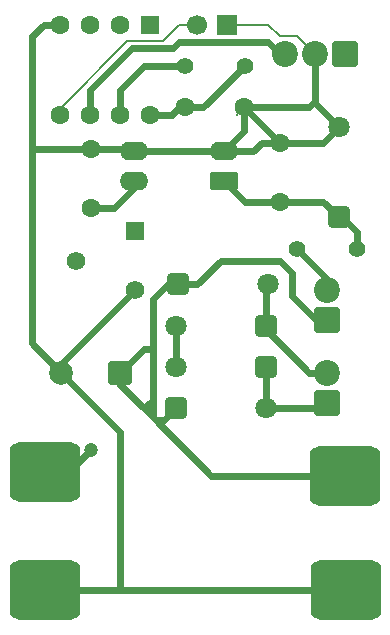
<source format=gbr>
%TF.GenerationSoftware,KiCad,Pcbnew,9.0.7*%
%TF.CreationDate,2026-02-13T16:37:28+01:00*%
%TF.ProjectId,Alpha2_GO_PWM,416c7068-6132-45f4-974f-5f50574d2e6b,rev?*%
%TF.SameCoordinates,Original*%
%TF.FileFunction,Copper,L1,Top*%
%TF.FilePolarity,Positive*%
%FSLAX46Y46*%
G04 Gerber Fmt 4.6, Leading zero omitted, Abs format (unit mm)*
G04 Created by KiCad (PCBNEW 9.0.7) date 2026-02-13 16:37:28*
%MOMM*%
%LPD*%
G01*
G04 APERTURE LIST*
G04 Aperture macros list*
%AMRoundRect*
0 Rectangle with rounded corners*
0 $1 Rounding radius*
0 $2 $3 $4 $5 $6 $7 $8 $9 X,Y pos of 4 corners*
0 Add a 4 corners polygon primitive as box body*
4,1,4,$2,$3,$4,$5,$6,$7,$8,$9,$2,$3,0*
0 Add four circle primitives for the rounded corners*
1,1,$1+$1,$2,$3*
1,1,$1+$1,$4,$5*
1,1,$1+$1,$6,$7*
1,1,$1+$1,$8,$9*
0 Add four rect primitives between the rounded corners*
20,1,$1+$1,$2,$3,$4,$5,0*
20,1,$1+$1,$4,$5,$6,$7,0*
20,1,$1+$1,$6,$7,$8,$9,0*
20,1,$1+$1,$8,$9,$2,$3,0*%
G04 Aperture macros list end*
%TA.AperFunction,SMDPad,CuDef*%
%ADD10RoundRect,0.750000X-2.250000X-1.750000X2.250000X-1.750000X2.250000X1.750000X-2.250000X1.750000X0*%
%TD*%
%TA.AperFunction,ComponentPad*%
%ADD11RoundRect,0.250000X0.750000X0.750000X-0.750000X0.750000X-0.750000X-0.750000X0.750000X-0.750000X0*%
%TD*%
%TA.AperFunction,ComponentPad*%
%ADD12C,2.000000*%
%TD*%
%TA.AperFunction,ComponentPad*%
%ADD13RoundRect,0.250000X0.950000X0.550000X-0.950000X0.550000X-0.950000X-0.550000X0.950000X-0.550000X0*%
%TD*%
%TA.AperFunction,ComponentPad*%
%ADD14O,2.400000X1.600000*%
%TD*%
%TA.AperFunction,ComponentPad*%
%ADD15RoundRect,0.250000X-0.550000X0.550000X-0.550000X-0.550000X0.550000X-0.550000X0.550000X0.550000X0*%
%TD*%
%TA.AperFunction,ComponentPad*%
%ADD16C,1.600000*%
%TD*%
%TA.AperFunction,ComponentPad*%
%ADD17R,1.560000X1.560000*%
%TD*%
%TA.AperFunction,ComponentPad*%
%ADD18C,1.560000*%
%TD*%
%TA.AperFunction,ComponentPad*%
%ADD19C,1.400000*%
%TD*%
%TA.AperFunction,ComponentPad*%
%ADD20RoundRect,0.249999X0.850001X-0.850001X0.850001X0.850001X-0.850001X0.850001X-0.850001X-0.850001X0*%
%TD*%
%TA.AperFunction,ComponentPad*%
%ADD21C,2.200000*%
%TD*%
%TA.AperFunction,ComponentPad*%
%ADD22RoundRect,0.249999X0.850001X0.850001X-0.850001X0.850001X-0.850001X-0.850001X0.850001X-0.850001X0*%
%TD*%
%TA.AperFunction,ComponentPad*%
%ADD23R,1.700000X1.700000*%
%TD*%
%TA.AperFunction,ComponentPad*%
%ADD24C,1.700000*%
%TD*%
%TA.AperFunction,ComponentPad*%
%ADD25RoundRect,0.250000X0.650000X0.650000X-0.650000X0.650000X-0.650000X-0.650000X0.650000X-0.650000X0*%
%TD*%
%TA.AperFunction,ComponentPad*%
%ADD26C,1.800000*%
%TD*%
%TA.AperFunction,ComponentPad*%
%ADD27RoundRect,0.250000X-0.650000X-0.650000X0.650000X-0.650000X0.650000X0.650000X-0.650000X0.650000X0*%
%TD*%
%TA.AperFunction,ComponentPad*%
%ADD28RoundRect,0.250000X0.650000X-0.650000X0.650000X0.650000X-0.650000X0.650000X-0.650000X-0.650000X0*%
%TD*%
%TA.AperFunction,ViaPad*%
%ADD29C,1.200000*%
%TD*%
%TA.AperFunction,Conductor*%
%ADD30C,0.200000*%
%TD*%
%TA.AperFunction,Conductor*%
%ADD31C,0.600000*%
%TD*%
G04 APERTURE END LIST*
D10*
%TO.P,V1,4,Vout-*%
%TO.N,+5V*%
X97100000Y-111900000D03*
%TO.P,V1,3,Vout+*%
%TO.N,GND*%
X97100000Y-121900000D03*
%TO.P,V1,2,Vin-*%
X122600000Y-121900000D03*
%TO.P,V1,1,Vin+*%
%TO.N,+24V*%
X122500000Y-112210000D03*
%TD*%
D11*
%TO.P,C1,1*%
%TO.N,+24V*%
X103500000Y-103500000D03*
D12*
%TO.P,C1,2*%
%TO.N,GND*%
X98500000Y-103500000D03*
%TD*%
D13*
%TO.P,U2,1*%
%TO.N,Net-(D2-K)*%
X112310000Y-87275000D03*
D14*
%TO.P,U2,2*%
%TO.N,GND*%
X112310000Y-84735000D03*
%TO.P,U2,3*%
X104690000Y-84735000D03*
%TO.P,U2,4*%
%TO.N,Net-(U1-PB2)*%
X104690000Y-87275000D03*
%TD*%
D15*
%TO.P,U1,1,~{RESET}/PB5*%
%TO.N,unconnected-(U1-~{RESET}{slash}PB5-Pad1)*%
X106000000Y-74000000D03*
D16*
%TO.P,U1,2,XTAL1/PB3*%
%TO.N,unconnected-(U1-XTAL1{slash}PB3-Pad2)*%
X103460000Y-74000000D03*
%TO.P,U1,3,XTAL2/PB4*%
%TO.N,Net-(U1-XTAL2{slash}PB4)*%
X100920000Y-74000000D03*
%TO.P,U1,4,GND*%
%TO.N,GND*%
X98380000Y-74000000D03*
%TO.P,U1,5,AREF/PB0*%
%TO.N,Net-(J1-Pin_2)*%
X98380000Y-81620000D03*
%TO.P,U1,6,PB1*%
%TO.N,Net-(J2-Pin_3)*%
X100920000Y-81620000D03*
%TO.P,U1,7,PB2*%
%TO.N,Net-(U1-PB2)*%
X103460000Y-81620000D03*
%TO.P,U1,8,VCC*%
%TO.N,+5V*%
X106000000Y-81620000D03*
%TD*%
D17*
%TO.P,RV1,1,1*%
%TO.N,+5V*%
X104740000Y-91500000D03*
D18*
%TO.P,RV1,2,2*%
%TO.N,Net-(U1-XTAL2{slash}PB4)*%
X99740000Y-94000000D03*
%TO.P,RV1,3,3*%
%TO.N,GND*%
X104740000Y-96500000D03*
%TD*%
D19*
%TO.P,R2,1*%
%TO.N,Net-(J4-Pin_2)*%
X118460000Y-93000000D03*
%TO.P,R2,2*%
%TO.N,Net-(D2-K)*%
X123540000Y-93000000D03*
%TD*%
%TO.P,R1,1*%
%TO.N,+5V*%
X114040000Y-77500000D03*
%TO.P,R1,2*%
%TO.N,Net-(U1-PB2)*%
X108960000Y-77500000D03*
%TD*%
D20*
%TO.P,J4,1,Pin_1*%
%TO.N,+24V*%
X121000000Y-99040000D03*
D21*
%TO.P,J4,2,Pin_2*%
%TO.N,Net-(J4-Pin_2)*%
X121000000Y-96500000D03*
%TD*%
D20*
%TO.P,J3,1,Pin_1*%
%TO.N,Net-(D4-A)*%
X121000000Y-106040000D03*
D21*
%TO.P,J3,2,Pin_2*%
%TO.N,Net-(D3-A)*%
X121000000Y-103500000D03*
%TD*%
D22*
%TO.P,J2,1,Pin_1*%
%TO.N,unconnected-(J2-Pin_1-Pad1)*%
X122500000Y-76500000D03*
D21*
%TO.P,J2,2,Pin_2*%
%TO.N,GND*%
X119960000Y-76500000D03*
%TO.P,J2,3,Pin_3*%
%TO.N,Net-(J2-Pin_3)*%
X117420000Y-76500000D03*
%TD*%
D23*
%TO.P,J1,1,Pin_1*%
%TO.N,GND*%
X112500000Y-74000000D03*
D24*
%TO.P,J1,2,Pin_2*%
%TO.N,Net-(J1-Pin_2)*%
X109960000Y-74000000D03*
%TD*%
D25*
%TO.P,D6,1,K*%
%TO.N,Net-(D4-A)*%
X115810000Y-103000000D03*
D26*
%TO.P,D6,2,A*%
%TO.N,GND*%
X108190000Y-103000000D03*
%TD*%
D25*
%TO.P,D5,1,K*%
%TO.N,Net-(D3-A)*%
X115810000Y-99500000D03*
D26*
%TO.P,D5,2,A*%
%TO.N,GND*%
X108190000Y-99500000D03*
%TD*%
D27*
%TO.P,D4,1,K*%
%TO.N,+24V*%
X108190000Y-106500000D03*
D26*
%TO.P,D4,2,A*%
%TO.N,Net-(D4-A)*%
X115810000Y-106500000D03*
%TD*%
D27*
%TO.P,D3,1,K*%
%TO.N,+24V*%
X108380000Y-96000000D03*
D26*
%TO.P,D3,2,A*%
%TO.N,Net-(D3-A)*%
X116000000Y-96000000D03*
%TD*%
D28*
%TO.P,D2,1,K*%
%TO.N,Net-(D2-K)*%
X122000000Y-90310000D03*
D26*
%TO.P,D2,2,A*%
%TO.N,GND*%
X122000000Y-82690000D03*
%TD*%
D16*
%TO.P,C4,1*%
%TO.N,GND*%
X117000000Y-84000000D03*
%TO.P,C4,2*%
%TO.N,Net-(D2-K)*%
X117000000Y-89000000D03*
%TD*%
%TO.P,C3,1*%
%TO.N,GND*%
X101000000Y-84500000D03*
%TO.P,C3,2*%
%TO.N,Net-(U1-PB2)*%
X101000000Y-89500000D03*
%TD*%
%TO.P,C2,1*%
%TO.N,GND*%
X114000000Y-81000000D03*
%TO.P,C2,2*%
%TO.N,+5V*%
X109000000Y-81000000D03*
%TD*%
D29*
%TO.N,+5V*%
X101000000Y-110000000D03*
%TD*%
D30*
%TO.N,GND*%
X118460000Y-75000000D02*
X119960000Y-76500000D01*
X117000000Y-75000000D02*
X118460000Y-75000000D01*
X116000000Y-74000000D02*
X117000000Y-75000000D01*
X112500000Y-74000000D02*
X116000000Y-74000000D01*
%TO.N,Net-(J1-Pin_2)*%
X104101000Y-75399000D02*
X98380000Y-81120000D01*
X107101000Y-75399000D02*
X104101000Y-75399000D01*
X98380000Y-81120000D02*
X98380000Y-81620000D01*
X108500000Y-74000000D02*
X107101000Y-75399000D01*
X109960000Y-74000000D02*
X108500000Y-74000000D01*
D31*
%TO.N,+24V*%
X106250000Y-101500000D02*
X105500000Y-101500000D01*
X105500000Y-101500000D02*
X103500000Y-103500000D01*
X106250000Y-101500000D02*
X106250000Y-97250000D01*
%TO.N,GND*%
X96000000Y-101000000D02*
X98500000Y-103500000D01*
X96000000Y-84500000D02*
X96000000Y-101000000D01*
X98500000Y-102740000D02*
X98500000Y-103500000D01*
X104740000Y-96500000D02*
X98500000Y-102740000D01*
%TO.N,+24V*%
X103500000Y-104500000D02*
X103500000Y-103500000D01*
X105500000Y-106500000D02*
X103500000Y-104500000D01*
%TO.N,GND*%
X103500000Y-108500000D02*
X98500000Y-103500000D01*
X103500000Y-121900000D02*
X103500000Y-108500000D01*
%TO.N,+24V*%
X117000000Y-94000000D02*
X112000000Y-94000000D01*
X118000000Y-95000000D02*
X117000000Y-94000000D01*
X112000000Y-94000000D02*
X110000000Y-96000000D01*
X118000000Y-97000000D02*
X118000000Y-95000000D01*
X120040000Y-99040000D02*
X118000000Y-97000000D01*
X110000000Y-96000000D02*
X108380000Y-96000000D01*
D30*
X121000000Y-99040000D02*
X120040000Y-99040000D01*
D31*
%TO.N,Net-(D3-A)*%
X119500000Y-103500000D02*
X121000000Y-103500000D01*
X115810000Y-99810000D02*
X119500000Y-103500000D01*
D30*
X115810000Y-99500000D02*
X115810000Y-99810000D01*
X115810000Y-96190000D02*
X116000000Y-96000000D01*
D31*
X115810000Y-99500000D02*
X115810000Y-96190000D01*
%TO.N,+24V*%
X106250000Y-106000000D02*
X106000000Y-106000000D01*
X106000000Y-106000000D02*
X105500000Y-106500000D01*
X106250000Y-106000000D02*
X106250000Y-101500000D01*
X106250000Y-107250000D02*
X105500000Y-106500000D01*
X107500000Y-96000000D02*
X108380000Y-96000000D01*
X106250000Y-107250000D02*
X106250000Y-106000000D01*
X106250000Y-97250000D02*
X107500000Y-96000000D01*
X107190000Y-107500000D02*
X106500000Y-107500000D01*
X108190000Y-106500000D02*
X107190000Y-107500000D01*
X106500000Y-107500000D02*
X106250000Y-107250000D01*
%TO.N,GND*%
X108190000Y-103000000D02*
X108190000Y-99500000D01*
%TO.N,Net-(D4-A)*%
X115810000Y-106500000D02*
X115810000Y-103000000D01*
D30*
X120540000Y-106500000D02*
X121000000Y-106040000D01*
D31*
X115810000Y-106500000D02*
X120540000Y-106500000D01*
%TO.N,Net-(J4-Pin_2)*%
X121000000Y-95540000D02*
X121000000Y-96500000D01*
X118460000Y-93000000D02*
X121000000Y-95540000D01*
%TO.N,Net-(D2-K)*%
X123540000Y-91540000D02*
X123540000Y-93000000D01*
X122310000Y-90310000D02*
X123540000Y-91540000D01*
X122000000Y-90310000D02*
X122310000Y-90310000D01*
%TO.N,+5V*%
X99100000Y-111900000D02*
X101000000Y-110000000D01*
D30*
X96250000Y-111900000D02*
X99100000Y-111900000D01*
D31*
%TO.N,GND*%
X96000000Y-75000000D02*
X96000000Y-84500000D01*
X97000000Y-74000000D02*
X96000000Y-75000000D01*
X98380000Y-74000000D02*
X97000000Y-74000000D01*
%TO.N,Net-(J2-Pin_3)*%
X100920000Y-79580000D02*
X100920000Y-81620000D01*
X104500000Y-76000000D02*
X100920000Y-79580000D01*
X116000000Y-75500000D02*
X108500000Y-75500000D01*
X108500000Y-75500000D02*
X108000000Y-76000000D01*
X108000000Y-76000000D02*
X104500000Y-76000000D01*
D30*
X117420000Y-76500000D02*
X117000000Y-76500000D01*
D31*
X117000000Y-76500000D02*
X116000000Y-75500000D01*
%TO.N,GND*%
X101000000Y-84500000D02*
X96000000Y-84500000D01*
%TO.N,+24V*%
X111210000Y-112210000D02*
X106500000Y-107500000D01*
X121650000Y-112210000D02*
X111210000Y-112210000D01*
%TO.N,GND*%
X103500000Y-121900000D02*
X96250000Y-121900000D01*
X121750000Y-121900000D02*
X103500000Y-121900000D01*
X119460000Y-81000000D02*
X119960000Y-80500000D01*
X114000000Y-81000000D02*
X119460000Y-81000000D01*
X114000000Y-83045000D02*
X112310000Y-84735000D01*
X114000000Y-81000000D02*
X114000000Y-83045000D01*
X114000000Y-81000000D02*
X117000000Y-84000000D01*
%TO.N,+5V*%
X107880000Y-81620000D02*
X106000000Y-81620000D01*
X108500000Y-81000000D02*
X107880000Y-81620000D01*
D30*
X109000000Y-81000000D02*
X108500000Y-81000000D01*
D31*
%TO.N,Net-(U1-PB2)*%
X103460000Y-79540000D02*
X103460000Y-81620000D01*
X105500000Y-77500000D02*
X103460000Y-79540000D01*
X108960000Y-77500000D02*
X105500000Y-77500000D01*
%TO.N,+5V*%
X110540000Y-81000000D02*
X114040000Y-77500000D01*
X109000000Y-81000000D02*
X110540000Y-81000000D01*
D30*
%TO.N,GND*%
X119960000Y-80500000D02*
X119960000Y-80650000D01*
D31*
X119960000Y-80650000D02*
X122000000Y-82690000D01*
X119960000Y-76500000D02*
X119960000Y-80500000D01*
D30*
X113380000Y-81620000D02*
X113500000Y-81500000D01*
X104690000Y-84735000D02*
X105735000Y-84735000D01*
X111735000Y-84735000D02*
X112310000Y-84735000D01*
D31*
%TO.N,Net-(D2-K)*%
X120690000Y-89000000D02*
X122000000Y-90310000D01*
X117000000Y-89000000D02*
X120690000Y-89000000D01*
%TO.N,GND*%
X120690000Y-84000000D02*
X122000000Y-82690000D01*
X117000000Y-84000000D02*
X120690000Y-84000000D01*
%TO.N,Net-(D2-K)*%
X114035000Y-89000000D02*
X112310000Y-87275000D01*
X117000000Y-89000000D02*
X114035000Y-89000000D01*
%TO.N,GND*%
X114765000Y-84735000D02*
X112310000Y-84735000D01*
X115500000Y-84000000D02*
X114765000Y-84735000D01*
X117000000Y-84000000D02*
X115500000Y-84000000D01*
X104000000Y-84500000D02*
X101000000Y-84500000D01*
D30*
X104235000Y-84735000D02*
X104000000Y-84500000D01*
X104690000Y-84735000D02*
X104235000Y-84735000D01*
D31*
X112310000Y-84735000D02*
X104690000Y-84735000D01*
%TO.N,Net-(U1-PB2)*%
X103000000Y-89500000D02*
X101000000Y-89500000D01*
X104690000Y-87810000D02*
X103000000Y-89500000D01*
D30*
X104690000Y-87275000D02*
X104690000Y-87810000D01*
%TD*%
M02*

</source>
